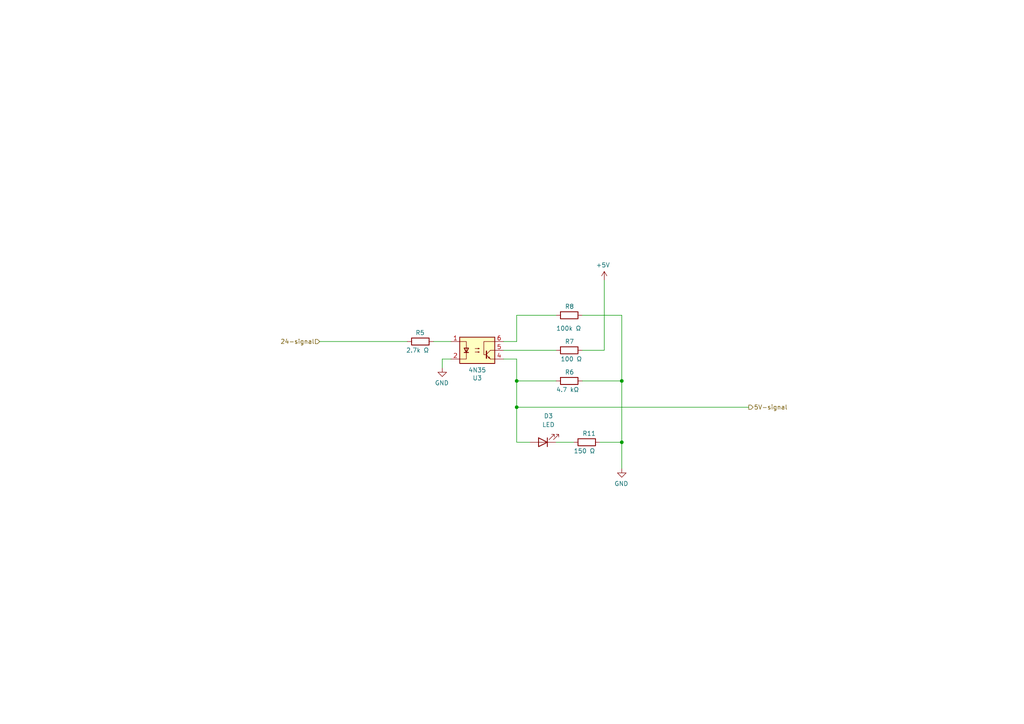
<source format=kicad_sch>
(kicad_sch (version 20211123) (generator eeschema)
  (paper "A4")
  (title_block (title "EXTRUDER CONTROL") (date "2021-11-01") (rev "v2") (company "bioDigital Matter Lab") (comment 1 "Anton Tetov"))
  (lib_symbols
    (symbol "Device:LED" (pin_numbers hide) (pin_names (offset 1.016) hide)
      (property "Reference" "D" (at 0 2.54 0))
      (property "Value" "LED" (at 0 -2.54 0))
      (symbol "LED_0_1"
        (polyline (pts (xy -1.27 -1.27) (xy -1.27 1.27)) (stroke (width 0.254)))
        (polyline (pts (xy -1.27 0) (xy 1.27 0)))
        (polyline (pts (xy 1.27 -1.27) (xy 1.27 1.27) (xy -1.27 0) (xy 1.27 -1.27)) (stroke (width 0.254)))
        (polyline (pts (xy -3.048 -0.762) (xy -4.572 -2.286) (xy -3.81 -2.286) (xy -4.572 -2.286) (xy -4.572 -1.524)))
        (polyline (pts (xy -1.778 -0.762) (xy -3.302 -2.286) (xy -2.54 -2.286) (xy -3.302 -2.286) (xy -3.302 -1.524)))
      )
      (symbol "LED_1_1"
        (pin passive line (at -3.81 0 0) (length 2.54) (name "K") (number "1"))
        (pin passive line (at 3.81 0 180) (length 2.54) (name "A") (number "2"))
      )
    )
    (symbol "Device:R" (pin_numbers hide) (pin_names (offset 0))
      (property "Reference" "R" (at 2.032 0 90))
      (property "Value" "R" (at 0 0 90))
      (symbol "R_0_1"
        (rectangle (start -1.016 -2.54) (end 1.016 2.54) (stroke (width 0.254)))
      )
      (symbol "R_1_1"
        (pin passive line (at 0 3.81 270) (length 1.27) (name "~") (number "1"))
        (pin passive line (at 0 -3.81 90) (length 1.27) (name "~") (number "2"))
      )
    )
    (symbol "Isolator:4N35" (pin_names (offset 1.016))
      (property "Reference" "U" (at -5.08 5.08 0))
      (property "Value" "4N35" (at 0 5.08 0))
      (symbol "4N35_0_1"
        (rectangle (start -5.08 3.81) (end 5.08 -3.81) (stroke (width 0.254)) (fill (type background)))
        (polyline (pts (xy -3.81 -0.635) (xy -2.54 -0.635)) (stroke (width 0.254)))
        (polyline (pts (xy 2.667 -1.397) (xy 3.81 -2.54)))
        (polyline (pts (xy 2.667 -1.143) (xy 3.81 0)))
        (polyline (pts (xy 3.81 -2.54) (xy 5.08 -2.54)))
        (polyline (pts (xy 3.81 0) (xy 5.08 0)))
        (polyline (pts (xy 2.667 -0.254) (xy 2.667 -2.286) (xy 2.667 -2.286)) (stroke (width 0.3556)))
        (polyline (pts (xy -5.08 -2.54) (xy -3.175 -2.54) (xy -3.175 2.54) (xy -5.08 2.54)))
        (polyline (pts (xy -3.175 -0.635) (xy -3.81 0.635) (xy -2.54 0.635) (xy -3.175 -0.635)) (stroke (width 0.254)))
        (polyline (pts (xy 3.683 -2.413) (xy 3.429 -1.905) (xy 3.175 -2.159) (xy 3.683 -2.413)))
        (polyline (pts (xy 5.08 2.54) (xy 1.905 2.54) (xy 1.905 -1.27) (xy 2.54 -1.27)))
        (polyline (pts (xy -0.635 -0.508) (xy 0.635 -0.508) (xy 0.254 -0.635) (xy 0.254 -0.381) (xy 0.635 -0.508)))
        (polyline (pts (xy -0.635 0.508) (xy 0.635 0.508) (xy 0.254 0.381) (xy 0.254 0.635) (xy 0.635 0.508)))
      )
      (symbol "4N35_1_1"
        (pin passive line (at -7.62 2.54 0) (length 2.54) (name "~") (number "1"))
        (pin passive line (at -7.62 -2.54 0) (length 2.54) (name "~") (number "2"))
        (pin no_connect line (at -5.08 0 0) (length 2.54) hide (name "NC") (number "3"))
        (pin passive line (at 7.62 -2.54 180) (length 2.54) (name "~") (number "4"))
        (pin passive line (at 7.62 0 180) (length 2.54) (name "~") (number "5"))
        (pin passive line (at 7.62 2.54 180) (length 2.54) (name "~") (number "6"))
      )
    )
    (symbol "power:+5V" (power) (pin_names (offset 0))
      (property "Value" "+5V" (at 0 3.556 0))
      (symbol "+5V_0_1"
        (polyline (pts (xy -0.762 1.27) (xy 0 2.54)))
        (polyline (pts (xy 0 0) (xy 0 2.54)))
        (polyline (pts (xy 0 2.54) (xy 0.762 1.27)))
      )
      (symbol "+5V_1_1"
        (pin power_in line (at 0 0 90) (length 0) hide (name "+5V") (number "1"))
      )
    )
    (symbol "power:GND" (power) (pin_names (offset 0))
      (property "Value" "GND" (at 0 -3.81 0))
      (symbol "GND_0_1"
        (polyline (pts (xy 0 0) (xy 0 -1.27) (xy 1.27 -1.27) (xy 0 -2.54) (xy -1.27 -1.27) (xy 0 -1.27)))
      )
      (symbol "GND_1_1"
        (pin power_in line (at 0 0 270) (length 0) hide (name "GND") (number "1"))
      )
    )
  )
  (junction (at 149.86 110.49))
  (junction (at 149.86 118.11))
  (junction (at 180.34 128.27))
  (junction (at 180.34 110.49))
  (wire (pts (xy 146.05 99.06) (xy 149.86 99.06)))
  (wire (pts (xy 130.81 99.06) (xy 125.73 99.06)))
  (wire (pts (xy 161.29 110.49) (xy 149.86 110.49)))
  (wire (pts (xy 146.05 101.6) (xy 161.29 101.6)))
  (wire (pts (xy 168.91 110.49) (xy 180.34 110.49)))
  (wire (pts (xy 149.86 91.44) (xy 161.29 91.44)))
  (wire (pts (xy 92.71 99.06) (xy 118.11 99.06)))
  (wire (pts (xy 149.86 118.11) (xy 149.86 128.27)))
  (wire (pts (xy 180.34 110.49) (xy 180.34 91.44)))
  (wire (pts (xy 168.91 91.44) (xy 180.34 91.44)))
  (wire (pts (xy 149.86 118.11) (xy 217.17 118.11)))
  (wire (pts (xy 175.26 101.6) (xy 175.26 81.28)))
  (wire (pts (xy 173.99 128.27) (xy 180.34 128.27)))
  (wire (pts (xy 149.86 118.11) (xy 149.86 110.49)))
  (wire (pts (xy 149.86 99.06) (xy 149.86 91.44)))
  (wire (pts (xy 180.34 110.49) (xy 180.34 128.27)))
  (wire (pts (xy 180.34 128.27) (xy 180.34 135.89)))
  (wire (pts (xy 149.86 104.14) (xy 149.86 110.49)))
  (wire (pts (xy 130.81 104.14) (xy 128.27 104.14)))
  (wire (pts (xy 168.91 101.6) (xy 175.26 101.6)))
  (wire (pts (xy 161.29 128.27) (xy 166.37 128.27)))
  (wire (pts (xy 149.86 128.27) (xy 153.67 128.27)))
  (wire (pts (xy 146.05 104.14) (xy 149.86 104.14)))
  (wire (pts (xy 128.27 104.14) (xy 128.27 106.68)))
  (hierarchical_label "24-signal" (shape input) (at 92.71 99.06 180))
  (hierarchical_label "5V-signal" (shape output) (at 217.17 118.11 0))
  (symbol (lib_id "Device:R") (at 121.92 99.06 90) (mirror x)
    (property "Reference" "R5" (at 123.19 96.52 90) (effects (justify left)))
    (property "Value" "2.7k Ω" (at 124.46 101.6 90) (effects (justify left)))
    (property "Footprint" "Resistor_THT:R_Axial_DIN0207_L6.3mm_D2.5mm_P2.54mm_Vertical" (effects hide))
  )
  (symbol (lib_id "Isolator:4N35") (at 138.43 101.6 0)
    (property "Reference" "U3" (at 138.43 109.6518 0))
    (property "Value" "4N35" (at 138.43 107.3404 0))
    (property "Footprint" "Package_DIP:DIP-6_W7.62mm_Socket" (effects hide))
    (property "Datasheet" "https://www.vishay.com/docs/81181/4n35.pdf" (effects hide))
  )
  (symbol (lib_id "Device:R") (at 165.1 101.6 270) (mirror x)
    (property "Reference" "R7" (at 163.83 99.06 90) (effects (justify left)))
    (property "Value" "100 Ω" (at 162.56 104.14 90) (effects (justify left)))
    (property "Footprint" "Resistor_THT:R_Axial_DIN0207_L6.3mm_D2.5mm_P2.54mm_Vertical" (effects hide))
  )
  (symbol (lib_id "Device:R") (at 165.1 91.44 270) (mirror x)
    (property "Reference" "R8" (at 163.83 88.9 90) (effects (justify left)))
    (property "Value" "100k Ω" (at 161.29 95.25 90) (effects (justify left)))
    (property "Footprint" "Resistor_THT:R_Axial_DIN0207_L6.3mm_D2.5mm_P2.54mm_Vertical" (effects hide))
  )
  (symbol (lib_id "Device:R") (at 165.1 110.49 270) (mirror x)
    (property "Reference" "R6" (at 163.83 107.95 90) (effects (justify left)))
    (property "Value" "4.7 kΩ" (at 161.29 113.03 90) (effects (justify left)))
    (property "Footprint" "Resistor_THT:R_Axial_DIN0207_L6.3mm_D2.5mm_P2.54mm_Vertical" (effects hide))
  )
  (symbol (lib_id "power:+5V") (at 175.26 81.28 0) (mirror y)
    (property "Reference" "#PWR0122" (effects hide))
    (property "Value" "+5V" (at 174.879 76.8858 0))
  )
  (symbol (lib_id "power:GND") (at 128.27 106.68 0) (mirror y)
    (property "Reference" "#PWR0120" (effects hide))
    (property "Value" "GND" (at 128.143 111.0742 0))
  )
  (symbol (lib_id "power:GND") (at 180.34 135.89 0) (mirror y)
    (property "Reference" "#PWR0121" (effects hide))
    (property "Value" "GND" (at 180.213 140.2842 0))
  )
  (symbol (lib_id "Device:R") (at 170.18 128.27 270) (mirror x)
    (property "Reference" "R11" (at 168.91 125.73 90) (effects (justify left)))
    (property "Value" "150 Ω" (at 166.37 130.81 90) (effects (justify left)))
    (property "Footprint" "Resistor_THT:R_Axial_DIN0207_L6.3mm_D2.5mm_P2.54mm_Vertical" (effects hide))
  )
  (symbol (lib_id "Device:LED") (at 157.48 128.27 180)
    (property "Reference" "D3" (at 159.0675 120.65 0))
    (property "Value" "LED" (at 159.0675 123.19 0))
    (property "Footprint" "LED_THT:LED_D5.0mm" (effects hide))
  )
)
</source>
